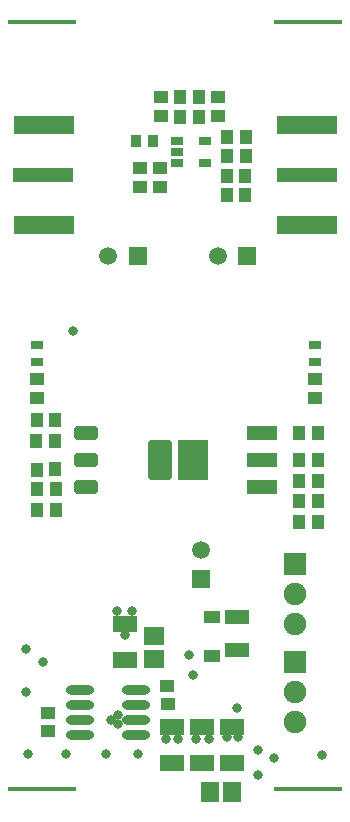
<source format=gts>
G04*
G04 #@! TF.GenerationSoftware,Altium Limited,Altium Designer,19.0.15 (446)*
G04*
G04 Layer_Color=8388736*
%FSLAX25Y25*%
%MOIN*%
G70*
G01*
G75*
%ADD33R,0.07887X0.05328*%
%ADD34O,0.09461X0.03162*%
%ADD35R,0.04737X0.04343*%
%ADD36R,0.04343X0.04737*%
%ADD37R,0.07060X0.06272*%
%ADD38R,0.06272X0.07060*%
%ADD39R,0.04343X0.03162*%
%ADD40R,0.03556X0.04343*%
%ADD41R,0.20485X0.04737*%
%ADD42R,0.20485X0.06312*%
%ADD43R,0.07887X0.04737*%
G04:AMPARAMS|DCode=44|XSize=133.98mil|YSize=76.9mil|CornerRadius=6.07mil|HoleSize=0mil|Usage=FLASHONLY|Rotation=90.000|XOffset=0mil|YOffset=0mil|HoleType=Round|Shape=RoundedRectangle|*
%AMROUNDEDRECTD44*
21,1,0.13398,0.06476,0,0,90.0*
21,1,0.12185,0.07690,0,0,90.0*
1,1,0.01213,0.03238,0.06093*
1,1,0.01213,0.03238,-0.06093*
1,1,0.01213,-0.03238,-0.06093*
1,1,0.01213,-0.03238,0.06093*
%
%ADD44ROUNDEDRECTD44*%
G04:AMPARAMS|DCode=45|XSize=43.43mil|YSize=76.9mil|CornerRadius=5.95mil|HoleSize=0mil|Usage=FLASHONLY|Rotation=90.000|XOffset=0mil|YOffset=0mil|HoleType=Round|Shape=RoundedRectangle|*
%AMROUNDEDRECTD45*
21,1,0.04343,0.06500,0,0,90.0*
21,1,0.03154,0.07690,0,0,90.0*
1,1,0.01190,0.03250,0.01577*
1,1,0.01190,0.03250,-0.01577*
1,1,0.01190,-0.03250,-0.01577*
1,1,0.01190,-0.03250,0.01577*
%
%ADD45ROUNDEDRECTD45*%
%ADD46R,0.03950X0.03162*%
%ADD47R,0.05603X0.04402*%
%ADD48R,0.10249X0.04737*%
%ADD49R,0.10249X0.13792*%
%ADD50R,0.22600X0.01800*%
%ADD51R,0.05918X0.05918*%
%ADD52C,0.05918*%
%ADD53R,0.07493X0.07493*%
%ADD54C,0.07493*%
%ADD55R,0.05918X0.05918*%
%ADD56C,0.03162*%
D33*
X309449Y237205D02*
D03*
Y225394D02*
D03*
X273634Y271654D02*
D03*
Y259842D02*
D03*
X289306Y237205D02*
D03*
Y225394D02*
D03*
X299213Y237205D02*
D03*
Y225394D02*
D03*
D34*
X277454Y234626D02*
D03*
Y239626D02*
D03*
Y244626D02*
D03*
Y249626D02*
D03*
X258557Y234626D02*
D03*
Y239626D02*
D03*
Y244626D02*
D03*
Y249626D02*
D03*
D35*
X248032Y242165D02*
D03*
Y235866D02*
D03*
X337136Y353429D02*
D03*
Y347130D02*
D03*
X244319Y353429D02*
D03*
Y347130D02*
D03*
X287900Y244882D02*
D03*
X287795Y251181D02*
D03*
X285254Y417457D02*
D03*
X285150Y423756D02*
D03*
X285650Y440957D02*
D03*
Y447256D02*
D03*
X304650Y447256D02*
D03*
Y440957D02*
D03*
X278754Y417457D02*
D03*
X278650Y423756D02*
D03*
D36*
X337894Y305667D02*
D03*
X331594Y305772D02*
D03*
X331594Y312772D02*
D03*
X337894D02*
D03*
X244065Y332780D02*
D03*
X250468D02*
D03*
X250468Y339779D02*
D03*
X244169D02*
D03*
X307500Y421106D02*
D03*
X313799D02*
D03*
X337894Y335432D02*
D03*
X331594Y335327D02*
D03*
X337894Y326376D02*
D03*
X331594Y326272D02*
D03*
X244169Y323175D02*
D03*
X250468Y323280D02*
D03*
X244288Y316724D02*
D03*
X250587D02*
D03*
X313904Y434106D02*
D03*
X307500D02*
D03*
X313799Y414606D02*
D03*
X307605D02*
D03*
X292000Y440606D02*
D03*
X298299D02*
D03*
X292000Y447256D02*
D03*
X298299D02*
D03*
X313904Y427606D02*
D03*
X307500D02*
D03*
X244379Y309780D02*
D03*
X250678D02*
D03*
X337894Y319376D02*
D03*
X331594Y319272D02*
D03*
D37*
X283465Y260020D02*
D03*
Y267539D02*
D03*
D38*
X309272Y215748D02*
D03*
X301857D02*
D03*
D39*
X290925Y432846D02*
D03*
Y429106D02*
D03*
X291030Y425366D02*
D03*
X300374D02*
D03*
Y432846D02*
D03*
D40*
X282906Y432606D02*
D03*
X277394D02*
D03*
D41*
X334252Y421260D02*
D03*
X246457D02*
D03*
D42*
X334357Y437992D02*
D03*
Y404528D02*
D03*
X246561D02*
D03*
Y437992D02*
D03*
D43*
X311024Y262992D02*
D03*
Y273911D02*
D03*
D44*
X285227Y326279D02*
D03*
D45*
X260725Y317224D02*
D03*
X260620Y326279D02*
D03*
Y335335D02*
D03*
D46*
X244319Y358925D02*
D03*
X244424Y364634D02*
D03*
X337136Y358925D02*
D03*
X337032Y364634D02*
D03*
D47*
X302651Y261089D02*
D03*
Y273982D02*
D03*
D48*
X319161Y317216D02*
D03*
Y326272D02*
D03*
Y335327D02*
D03*
D49*
X296327Y326272D02*
D03*
D50*
X246063Y216535D02*
D03*
X334646D02*
D03*
Y472441D02*
D03*
X246063D02*
D03*
D51*
X277953Y394488D02*
D03*
X314265Y394488D02*
D03*
D52*
X268005Y394488D02*
D03*
X304528Y394488D02*
D03*
X298819Y296457D02*
D03*
D53*
X330317Y291535D02*
D03*
X330213Y259016D02*
D03*
D54*
X330213Y281535D02*
D03*
X330317Y271535D02*
D03*
X330317Y249016D02*
D03*
X330213Y239016D02*
D03*
D55*
X298819Y286614D02*
D03*
D56*
X256299Y369291D02*
D03*
X339370Y227953D02*
D03*
X323228Y227165D02*
D03*
X318110Y221260D02*
D03*
Y229528D02*
D03*
X294882Y261417D02*
D03*
X310952Y243701D02*
D03*
X296327Y254724D02*
D03*
X240551Y263386D02*
D03*
X246457Y259016D02*
D03*
X240551Y249035D02*
D03*
X241339Y228346D02*
D03*
X253937D02*
D03*
X277953Y228483D02*
D03*
X267323Y228346D02*
D03*
X273622Y268110D02*
D03*
X275984Y275984D02*
D03*
X270866D02*
D03*
X268898Y239626D02*
D03*
X271260Y238189D02*
D03*
Y241339D02*
D03*
X311417Y233858D02*
D03*
X307500D02*
D03*
X301575Y233465D02*
D03*
X297244D02*
D03*
X291339D02*
D03*
X287402D02*
D03*
M02*

</source>
